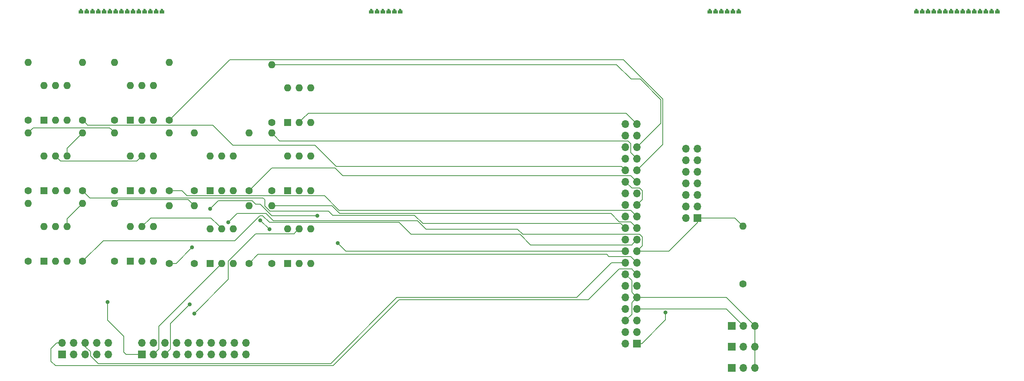
<source format=gbr>
G04 #@! TF.GenerationSoftware,KiCad,Pcbnew,(5.1.4-0-10_14)*
G04 #@! TF.CreationDate,2019-11-23T21:53:27+01:00*
G04 #@! TF.ProjectId,MVMEPI,4d564d45-5049-42e6-9b69-6361645f7063,rev?*
G04 #@! TF.SameCoordinates,Original*
G04 #@! TF.FileFunction,Copper,L2,Bot*
G04 #@! TF.FilePolarity,Positive*
%FSLAX46Y46*%
G04 Gerber Fmt 4.6, Leading zero omitted, Abs format (unit mm)*
G04 Created by KiCad (PCBNEW (5.1.4-0-10_14)) date 2019-11-23 21:53:27*
%MOMM*%
%LPD*%
G04 APERTURE LIST*
%ADD10R,1.000000X0.750000*%
%ADD11C,0.600100*%
%ADD12O,1.700000X1.700000*%
%ADD13R,1.700000X1.700000*%
%ADD14O,1.600000X1.600000*%
%ADD15C,1.600000*%
%ADD16R,1.600000X1.600000*%
%ADD17C,0.900000*%
%ADD18C,0.200000*%
G04 APERTURE END LIST*
D10*
X193032508Y-58723730D03*
X191762508Y-58723730D03*
X190492508Y-58723730D03*
X189222508Y-58723730D03*
X187952508Y-58723730D03*
X186682508Y-58723730D03*
D11*
X193030000Y-58350000D03*
X191760000Y-58350000D03*
X190490000Y-58350000D03*
X189220000Y-58350000D03*
X187950000Y-58350000D03*
X186680000Y-58350000D03*
D10*
X118692508Y-58723730D03*
X117422508Y-58723730D03*
X116152508Y-58723730D03*
X114882508Y-58723730D03*
X113612508Y-58723730D03*
X112342508Y-58723730D03*
D11*
X118690000Y-58350000D03*
X117420000Y-58350000D03*
X116150000Y-58350000D03*
X114880000Y-58350000D03*
X113610000Y-58350000D03*
X112340000Y-58350000D03*
D10*
X249892508Y-58723730D03*
X232112508Y-58723730D03*
X233382508Y-58723730D03*
X234652508Y-58723730D03*
X235922508Y-58723730D03*
X237192508Y-58723730D03*
X238462508Y-58723730D03*
X239732508Y-58723730D03*
X248622508Y-58723730D03*
X247352508Y-58723730D03*
X246082508Y-58723730D03*
X244812508Y-58723730D03*
X243542508Y-58723730D03*
X242272508Y-58723730D03*
X241002508Y-58723730D03*
D11*
X249890000Y-58350000D03*
X232110000Y-58350000D03*
X233380000Y-58350000D03*
X234650000Y-58350000D03*
X235920000Y-58350000D03*
X237190000Y-58350000D03*
X238460000Y-58350000D03*
X239730000Y-58350000D03*
X248620000Y-58350000D03*
X247350000Y-58350000D03*
X246080000Y-58350000D03*
X244810000Y-58350000D03*
X243540000Y-58350000D03*
X242270000Y-58350000D03*
X241000000Y-58350000D03*
D10*
X66392508Y-58723730D03*
X48612508Y-58723730D03*
X49882508Y-58723730D03*
X51152508Y-58723730D03*
X52422508Y-58723730D03*
X53692508Y-58723730D03*
X54962508Y-58723730D03*
X56232508Y-58723730D03*
X65122508Y-58723730D03*
X63852508Y-58723730D03*
X62582508Y-58723730D03*
X61312508Y-58723730D03*
X60042508Y-58723730D03*
X58772508Y-58723730D03*
X57502508Y-58723730D03*
D11*
X66390000Y-58350000D03*
X48610000Y-58350000D03*
X49880000Y-58350000D03*
X51150000Y-58350000D03*
X52420000Y-58350000D03*
X53690000Y-58350000D03*
X54960000Y-58350000D03*
X56230000Y-58350000D03*
X65120000Y-58350000D03*
X63850000Y-58350000D03*
X62580000Y-58350000D03*
X61310000Y-58350000D03*
X60040000Y-58350000D03*
X58770000Y-58350000D03*
X57500000Y-58350000D03*
D12*
X168190000Y-83370000D03*
X170730000Y-83370000D03*
X168190000Y-85910000D03*
X170730000Y-85910000D03*
X168190000Y-88450000D03*
X170730000Y-88450000D03*
X168190000Y-90990000D03*
X170730000Y-90990000D03*
X168190000Y-93530000D03*
X170730000Y-93530000D03*
X168190000Y-96070000D03*
X170730000Y-96070000D03*
X168190000Y-98610000D03*
X170730000Y-98610000D03*
X168190000Y-101150000D03*
X170730000Y-101150000D03*
X168190000Y-103690000D03*
X170730000Y-103690000D03*
X168190000Y-106230000D03*
X170730000Y-106230000D03*
X168190000Y-108770000D03*
X170730000Y-108770000D03*
X168190000Y-111310000D03*
X170730000Y-111310000D03*
X168190000Y-113850000D03*
X170730000Y-113850000D03*
X168190000Y-116390000D03*
X170730000Y-116390000D03*
X168190000Y-118930000D03*
X170730000Y-118930000D03*
X168190000Y-121470000D03*
X170730000Y-121470000D03*
X168190000Y-124010000D03*
X170730000Y-124010000D03*
X168190000Y-126550000D03*
X170730000Y-126550000D03*
X168190000Y-129090000D03*
X170730000Y-129090000D03*
X168190000Y-131630000D03*
D13*
X170730000Y-131630000D03*
D14*
X90500000Y-101300000D03*
D15*
X90500000Y-114000000D03*
D12*
X196580000Y-127700000D03*
X194040000Y-127700000D03*
D13*
X191500000Y-127700000D03*
D12*
X196580000Y-132350000D03*
X194040000Y-132350000D03*
D13*
X191500000Y-132350000D03*
D12*
X196580000Y-137000000D03*
X194040000Y-137000000D03*
D13*
X191500000Y-137000000D03*
D12*
X181460000Y-88760000D03*
X184000000Y-88760000D03*
X181460000Y-91300000D03*
X184000000Y-91300000D03*
X181460000Y-93840000D03*
X184000000Y-93840000D03*
X181460000Y-96380000D03*
X184000000Y-96380000D03*
X181460000Y-98920000D03*
X184000000Y-98920000D03*
X181460000Y-101460000D03*
X184000000Y-101460000D03*
X181460000Y-104000000D03*
D13*
X184000000Y-104000000D03*
D12*
X54660000Y-131460000D03*
X54660000Y-134000000D03*
X52120000Y-131460000D03*
X52120000Y-134000000D03*
X49580000Y-131460000D03*
X49580000Y-134000000D03*
X47040000Y-131460000D03*
X47040000Y-134000000D03*
X44500000Y-131460000D03*
D13*
X44500000Y-134000000D03*
X62000000Y-134000000D03*
D12*
X62000000Y-131460000D03*
X64540000Y-134000000D03*
X64540000Y-131460000D03*
X67080000Y-134000000D03*
X67080000Y-131460000D03*
X69620000Y-134000000D03*
X69620000Y-131460000D03*
X72160000Y-134000000D03*
X72160000Y-131460000D03*
X74700000Y-134000000D03*
X74700000Y-131460000D03*
X77240000Y-134000000D03*
X77240000Y-131460000D03*
X79780000Y-134000000D03*
X79780000Y-131460000D03*
X82320000Y-134000000D03*
X82320000Y-131460000D03*
X84860000Y-134000000D03*
X84860000Y-131460000D03*
D15*
X37000000Y-113500000D03*
D14*
X37000000Y-100800000D03*
X37000000Y-85300000D03*
D15*
X37000000Y-98000000D03*
X37000000Y-82500000D03*
D14*
X37000000Y-69800000D03*
X56000000Y-100800000D03*
D15*
X56000000Y-113500000D03*
X49000000Y-113500000D03*
D14*
X49000000Y-100800000D03*
X49000000Y-85300000D03*
D15*
X49000000Y-98000000D03*
X49000000Y-82500000D03*
D14*
X49000000Y-69800000D03*
X68000000Y-101300000D03*
D15*
X68000000Y-114000000D03*
X194000000Y-118500000D03*
D14*
X194000000Y-105800000D03*
D15*
X90500000Y-98000000D03*
D14*
X90500000Y-85300000D03*
X90500000Y-70300000D03*
D15*
X90500000Y-83000000D03*
D14*
X56000000Y-85300000D03*
D15*
X56000000Y-98000000D03*
X56000000Y-82500000D03*
D14*
X56000000Y-69800000D03*
X73500000Y-101300000D03*
D15*
X73500000Y-114000000D03*
X73500000Y-98000000D03*
D14*
X73500000Y-85300000D03*
X68000000Y-85300000D03*
D15*
X68000000Y-98000000D03*
X68000000Y-82500000D03*
D14*
X68000000Y-69800000D03*
X85500000Y-101300000D03*
D15*
X85500000Y-114000000D03*
X85500000Y-98000000D03*
D14*
X85500000Y-85300000D03*
X40500000Y-105880000D03*
X45580000Y-113500000D03*
X43040000Y-105880000D03*
X43040000Y-113500000D03*
X45580000Y-105880000D03*
D16*
X40500000Y-113500000D03*
X40500000Y-98000000D03*
D14*
X45580000Y-90380000D03*
X43040000Y-98000000D03*
X43040000Y-90380000D03*
X45580000Y-98000000D03*
X40500000Y-90380000D03*
D16*
X40500000Y-82500000D03*
D14*
X45580000Y-74880000D03*
X43040000Y-82500000D03*
X43040000Y-74880000D03*
X45580000Y-82500000D03*
X40500000Y-74880000D03*
X59500000Y-105880000D03*
X64580000Y-113500000D03*
X62040000Y-105880000D03*
X62040000Y-113500000D03*
X64580000Y-105880000D03*
D16*
X59500000Y-113500000D03*
X94000000Y-114000000D03*
D14*
X99080000Y-106380000D03*
X96540000Y-114000000D03*
X96540000Y-106380000D03*
X99080000Y-114000000D03*
X94000000Y-106380000D03*
D16*
X94000000Y-98000000D03*
D14*
X99080000Y-90380000D03*
X96540000Y-98000000D03*
X96540000Y-90380000D03*
X99080000Y-98000000D03*
X94000000Y-90380000D03*
D16*
X94000000Y-83000000D03*
D14*
X99080000Y-75380000D03*
X96540000Y-83000000D03*
X96540000Y-75380000D03*
X99080000Y-83000000D03*
X94000000Y-75380000D03*
X59500000Y-90380000D03*
X64580000Y-98000000D03*
X62040000Y-90380000D03*
X62040000Y-98000000D03*
X64580000Y-90380000D03*
D16*
X59500000Y-98000000D03*
D14*
X59500000Y-74880000D03*
X64580000Y-82500000D03*
X62040000Y-74880000D03*
X62040000Y-82500000D03*
X64580000Y-74880000D03*
D16*
X59500000Y-82500000D03*
D14*
X77000000Y-106380000D03*
X82080000Y-114000000D03*
X79540000Y-106380000D03*
X79540000Y-114000000D03*
X82080000Y-106380000D03*
D16*
X77000000Y-114000000D03*
X76975001Y-98000000D03*
D14*
X82055001Y-90380000D03*
X79515001Y-98000000D03*
X79515001Y-90380000D03*
X82055001Y-98000000D03*
X76975001Y-90380000D03*
D17*
X80955000Y-104955000D03*
X177000000Y-124760000D03*
X73000000Y-110500000D03*
X77000000Y-102000000D03*
X100500000Y-103500000D03*
X105000000Y-109500000D03*
X54500000Y-122500000D03*
X72500000Y-123000000D03*
X73500000Y-125000000D03*
X88000000Y-104500000D03*
X90000000Y-106500000D03*
D18*
X78740001Y-105580001D02*
X79540000Y-106380000D01*
X77160000Y-104000000D02*
X78740001Y-105580001D01*
X63920000Y-104000000D02*
X77160000Y-104000000D01*
X62040000Y-105880000D02*
X63920000Y-104000000D01*
X61240001Y-91179999D02*
X62040000Y-90380000D01*
X60939999Y-91480001D02*
X61240001Y-91179999D01*
X44140001Y-91480001D02*
X60939999Y-91480001D01*
X43040000Y-90380000D02*
X44140001Y-91480001D01*
X192200000Y-104000000D02*
X194000000Y-105800000D01*
X184000000Y-104000000D02*
X192200000Y-104000000D01*
X171932081Y-111310000D02*
X170730000Y-111310000D01*
X177740000Y-111310000D02*
X171932081Y-111310000D01*
X184000000Y-105050000D02*
X177740000Y-111310000D01*
X184000000Y-104000000D02*
X184000000Y-105050000D01*
X89234322Y-103000000D02*
X90834312Y-104599990D01*
X122534292Y-104599990D02*
X124434302Y-106500000D01*
X90834312Y-104599990D02*
X122534292Y-104599990D01*
X82910000Y-103000000D02*
X89234322Y-103000000D01*
X80955000Y-104955000D02*
X82910000Y-103000000D01*
X171579999Y-110460001D02*
X170730000Y-111310000D01*
X171880001Y-108217999D02*
X171880001Y-110159999D01*
X171880001Y-110159999D02*
X171579999Y-110460001D01*
X171282001Y-107619999D02*
X171880001Y-108217999D01*
X145619999Y-107619999D02*
X171282001Y-107619999D01*
X144500000Y-106500000D02*
X145619999Y-107619999D01*
X124434302Y-106500000D02*
X144500000Y-106500000D01*
X177000000Y-126410000D02*
X177000000Y-124760000D01*
X171780000Y-131630000D02*
X177000000Y-126410000D01*
X170730000Y-131630000D02*
X171780000Y-131630000D01*
X190350000Y-121470000D02*
X196580000Y-127700000D01*
X170730000Y-121470000D02*
X190350000Y-121470000D01*
X196580000Y-127700000D02*
X196580000Y-132350000D01*
X196580000Y-132350000D02*
X196580000Y-137000000D01*
X97339999Y-82200001D02*
X96540000Y-83000000D01*
X168360000Y-81000000D02*
X98540000Y-81000000D01*
X98540000Y-81000000D02*
X97339999Y-82200001D01*
X170730000Y-83370000D02*
X168360000Y-81000000D01*
X171880001Y-99999999D02*
X171579999Y-100300001D01*
X171880001Y-98057999D02*
X171880001Y-99999999D01*
X171579999Y-100300001D02*
X170730000Y-101150000D01*
X171282001Y-97459999D02*
X171880001Y-98057999D01*
X169579999Y-97459999D02*
X171282001Y-97459999D01*
X168190000Y-96070000D02*
X169579999Y-97459999D01*
X169880001Y-120620001D02*
X170730000Y-121470000D01*
X169579999Y-120319999D02*
X169880001Y-120620001D01*
X169579999Y-117779999D02*
X169579999Y-120319999D01*
X168190000Y-116390000D02*
X169579999Y-117779999D01*
X169880001Y-122319999D02*
X170730000Y-121470000D01*
X169579999Y-125160001D02*
X169579999Y-122620001D01*
X169579999Y-122620001D02*
X169880001Y-122319999D01*
X168190000Y-126550000D02*
X169579999Y-125160001D01*
X85500000Y-98000000D02*
X90500000Y-93000000D01*
X169880001Y-95220001D02*
X170730000Y-96070000D01*
X106114302Y-94680001D02*
X169340001Y-94680001D01*
X169340001Y-94680001D02*
X169880001Y-95220001D01*
X104434301Y-93000000D02*
X106114302Y-94680001D01*
X90500000Y-93000000D02*
X104434301Y-93000000D01*
X176400010Y-87859990D02*
X171579999Y-92680001D01*
X176400010Y-77834311D02*
X176400010Y-87859990D01*
X167765697Y-69199999D02*
X176400010Y-77834311D01*
X81300001Y-69199999D02*
X167765697Y-69199999D01*
X171579999Y-92680001D02*
X170730000Y-93530000D01*
X68000000Y-82500000D02*
X81300001Y-69199999D01*
X181500000Y-104040000D02*
X181460000Y-104000000D01*
X190350000Y-124010000D02*
X194040000Y-127700000D01*
X170730000Y-124010000D02*
X190350000Y-124010000D01*
X43297919Y-131460000D02*
X42000000Y-132757919D01*
X44500000Y-131460000D02*
X43297919Y-131460000D01*
X42000000Y-132757919D02*
X42000000Y-135500000D01*
X42000000Y-135500000D02*
X43000000Y-136500000D01*
X43000000Y-136500000D02*
X104000000Y-136500000D01*
X104000000Y-136500000D02*
X118500000Y-122000000D01*
X118500000Y-122000000D02*
X160040000Y-122000000D01*
X169880001Y-115540001D02*
X170730000Y-116390000D01*
X169579999Y-115239999D02*
X169880001Y-115540001D01*
X166800001Y-115239999D02*
X169579999Y-115239999D01*
X160040000Y-122000000D02*
X166800001Y-115239999D01*
X169340001Y-112460001D02*
X164539999Y-112460001D01*
X170730000Y-113850000D02*
X169340001Y-112460001D01*
X164539999Y-112460001D02*
X164079998Y-112000000D01*
X87500000Y-112000000D02*
X85500000Y-114000000D01*
X164079998Y-112000000D02*
X87500000Y-112000000D01*
X157500000Y-121500000D02*
X165150000Y-113850000D01*
X118000000Y-121500000D02*
X157500000Y-121500000D01*
X103500000Y-136000000D02*
X118000000Y-121500000D01*
X52417998Y-136000000D02*
X103500000Y-136000000D01*
X165150000Y-113850000D02*
X168190000Y-113850000D01*
X50730001Y-134312003D02*
X52417998Y-136000000D01*
X49580000Y-132297998D02*
X50730001Y-133447999D01*
X50730001Y-133447999D02*
X50730001Y-134312003D01*
X49580000Y-131460000D02*
X49580000Y-132297998D01*
X69500000Y-114000000D02*
X73000000Y-110500000D01*
X68000000Y-114000000D02*
X69500000Y-114000000D01*
X78800001Y-100199999D02*
X86199999Y-100199999D01*
X77000000Y-102000000D02*
X78800001Y-100199999D01*
X86199999Y-100199999D02*
X87000000Y-101000000D01*
X90506299Y-103500000D02*
X100500000Y-103500000D01*
X88006299Y-101000000D02*
X90506299Y-103500000D01*
X87000000Y-101000000D02*
X88006299Y-101000000D01*
X106810000Y-111310000D02*
X168190000Y-111310000D01*
X105000000Y-109500000D02*
X106810000Y-111310000D01*
X167200009Y-105240009D02*
X168190000Y-106230000D01*
X123740009Y-105240009D02*
X167200009Y-105240009D01*
X121900010Y-103400010D02*
X123740009Y-105240009D01*
X103000000Y-102500000D02*
X103900010Y-103400010D01*
X90071998Y-102500000D02*
X103000000Y-102500000D01*
X103900010Y-103400010D02*
X121900010Y-103400010D01*
X89000000Y-101428002D02*
X90071998Y-102500000D01*
X49000000Y-98000000D02*
X50599990Y-99599990D01*
X89000000Y-100000000D02*
X89000000Y-101428002D01*
X88599990Y-99599990D02*
X89000000Y-100000000D01*
X50599990Y-99599990D02*
X88599990Y-99599990D01*
X88500000Y-103500000D02*
X90000000Y-105000000D01*
X118500000Y-105000000D02*
X121119999Y-107619999D01*
X87889998Y-103500000D02*
X88500000Y-103500000D01*
X82389998Y-109000000D02*
X87889998Y-103500000D01*
X90000000Y-105000000D02*
X118500000Y-105000000D01*
X53500000Y-109000000D02*
X82389998Y-109000000D01*
X49000000Y-113500000D02*
X53500000Y-109000000D01*
X169579999Y-109920001D02*
X169880001Y-109619999D01*
X169880001Y-109619999D02*
X170730000Y-108770000D01*
X147354303Y-109920001D02*
X169579999Y-109920001D01*
X145054301Y-107619999D02*
X147354303Y-109920001D01*
X121119999Y-107619999D02*
X145054301Y-107619999D01*
X165000000Y-103000000D02*
X105434301Y-103000000D01*
X103734301Y-101300000D02*
X90500000Y-101300000D01*
X105434301Y-103000000D02*
X103734301Y-101300000D01*
X166840001Y-104840001D02*
X165000000Y-103000000D01*
X169340001Y-104840001D02*
X166840001Y-104840001D01*
X170730000Y-106230000D02*
X169340001Y-104840001D01*
X169340001Y-102300001D02*
X105300001Y-102300001D01*
X170730000Y-103690000D02*
X169340001Y-102300001D01*
X70765699Y-98000000D02*
X69131370Y-98000000D01*
X69131370Y-98000000D02*
X68000000Y-98000000D01*
X71865700Y-99100001D02*
X70765699Y-98000000D01*
X102100001Y-99100001D02*
X71865700Y-99100001D01*
X105300001Y-102300001D02*
X102100001Y-99100001D01*
X167340001Y-92680001D02*
X104680001Y-92680001D01*
X168190000Y-93530000D02*
X167340001Y-92680001D01*
X104680001Y-92680001D02*
X100000000Y-88000000D01*
X100000000Y-88000000D02*
X82000000Y-88000000D01*
X49799999Y-83299999D02*
X49000000Y-82500000D01*
X77600001Y-83600001D02*
X50100001Y-83600001D01*
X50100001Y-83600001D02*
X49799999Y-83299999D01*
X82000000Y-88000000D02*
X77600001Y-83600001D01*
X91299999Y-86099999D02*
X90500000Y-85300000D01*
X92260001Y-87060001D02*
X91299999Y-86099999D01*
X168742001Y-87060001D02*
X92260001Y-87060001D01*
X169340001Y-87658001D02*
X168742001Y-87060001D01*
X169340001Y-89600001D02*
X169340001Y-87658001D01*
X170730000Y-90990000D02*
X169340001Y-89600001D01*
X166242002Y-70300000D02*
X169442002Y-73500000D01*
X90500000Y-70300000D02*
X166242002Y-70300000D01*
X169442002Y-73500000D02*
X171500000Y-73500000D01*
X171500000Y-73500000D02*
X176000000Y-78000000D01*
X176000000Y-83180000D02*
X170730000Y-88450000D01*
X176000000Y-78000000D02*
X176000000Y-83180000D01*
X55200001Y-84500001D02*
X56000000Y-85300000D01*
X54899999Y-84199999D02*
X55200001Y-84500001D01*
X38100001Y-84199999D02*
X54899999Y-84199999D01*
X37000000Y-85300000D02*
X38100001Y-84199999D01*
X54500000Y-122500000D02*
X54500000Y-126500000D01*
X54500000Y-126500000D02*
X58000000Y-130000000D01*
X58000000Y-130000000D02*
X58000000Y-133500000D01*
X58500000Y-134000000D02*
X62000000Y-134000000D01*
X58000000Y-133500000D02*
X58500000Y-134000000D01*
X72700001Y-100500001D02*
X73500000Y-101300000D01*
X72200000Y-100000000D02*
X72700001Y-100500001D01*
X56800000Y-100000000D02*
X72200000Y-100000000D01*
X56000000Y-100800000D02*
X56800000Y-100000000D01*
X65389999Y-133150001D02*
X64540000Y-134000000D01*
X65690001Y-127849999D02*
X65690001Y-132849999D01*
X65690001Y-132849999D02*
X65389999Y-133150001D01*
X79540000Y-114000000D02*
X65690001Y-127849999D01*
X67929999Y-133150001D02*
X67080000Y-134000000D01*
X68230001Y-132849999D02*
X67929999Y-133150001D01*
X68230001Y-127269999D02*
X68230001Y-132849999D01*
X72500000Y-123000000D02*
X68230001Y-127269999D01*
X95740001Y-107179999D02*
X96540000Y-106380000D01*
X86971997Y-107480001D02*
X95439999Y-107480001D01*
X95439999Y-107480001D02*
X95740001Y-107179999D01*
X80979999Y-113471999D02*
X86971997Y-107480001D01*
X80979999Y-117520001D02*
X80979999Y-113471999D01*
X73500000Y-125000000D02*
X80979999Y-117520001D01*
X88000000Y-104500000D02*
X90000000Y-106500000D01*
X45580000Y-104220000D02*
X49000000Y-100800000D01*
X45580000Y-105880000D02*
X45580000Y-104220000D01*
X45580000Y-88720000D02*
X49000000Y-85300000D01*
X45580000Y-90380000D02*
X45580000Y-88720000D01*
M02*

</source>
